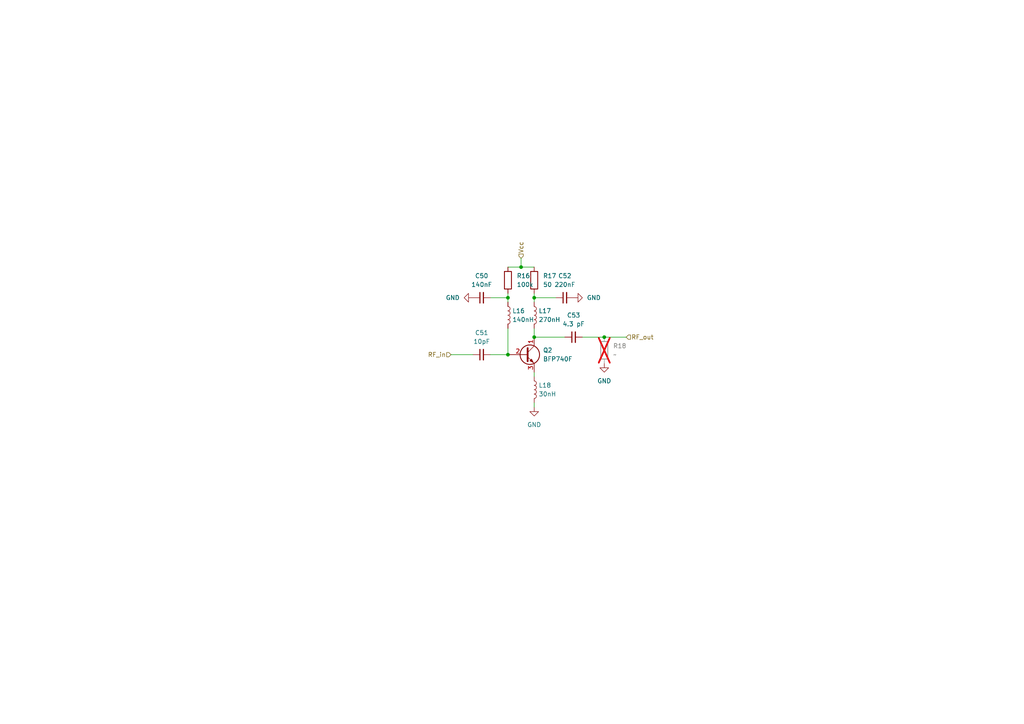
<source format=kicad_sch>
(kicad_sch (version 20231120) (generator "eeschema") (generator_version "8.0")
  (paper "A4")
  (lib_symbols
    (symbol "Device:C_Small" (pin_numbers hide) (pin_names (offset 0.254) hide)
      (property "Reference" "C" (at 0.254 1.778 0))
      (property "Value" "C_Small" (at 0.254 -2.032 0))
      (symbol "C_Small_0_1"
        (polyline (pts (xy -1.524 -0.508) (xy 1.524 -0.508)) (stroke (width 0.3302)))
        (polyline (pts (xy -1.524 0.508) (xy 1.524 0.508)) (stroke (width 0.3048)))
      )
      (symbol "C_Small_1_1"
        (pin passive line (at 0 2.54 270) (length 2.032) (name "~") (number "1"))
        (pin passive line (at 0 -2.54 90) (length 2.032) (name "~") (number "2"))
      )
    )
    (symbol "Device:L" (pin_numbers hide) (pin_names (offset 1.016) hide)
      (property "Reference" "L" (at -1.27 0 90))
      (property "Value" "L" (at 1.905 0 90))
      (symbol "L_0_1"
        (arc (start 0 -2.54) (mid 0.6323 -1.905) (end 0 -1.27))
        (arc (start 0 -1.27) (mid 0.6323 -0.635) (end 0 0))
        (arc (start 0 0) (mid 0.6323 0.635) (end 0 1.27))
        (arc (start 0 1.27) (mid 0.6323 1.905) (end 0 2.54))
      )
      (symbol "L_1_1"
        (pin passive line (at 0 3.81 270) (length 1.27) (name "1") (number "1"))
        (pin passive line (at 0 -3.81 90) (length 1.27) (name "2") (number "2"))
      )
    )
    (symbol "Device:Q_NPN_CBE" (pin_names (offset 0) hide)
      (property "Reference" "Q" (at 5.08 1.27 0))
      (property "Value" "Q_NPN_CBE" (at 5.08 -1.27 0))
      (symbol "Q_NPN_CBE_0_1"
        (polyline (pts (xy 0.635 0.635) (xy 2.54 2.54)))
        (polyline (pts (xy 0.635 -0.635) (xy 2.54 -2.54) (xy 2.54 -2.54)))
        (polyline (pts (xy 0.635 1.905) (xy 0.635 -1.905) (xy 0.635 -1.905)) (stroke (width 0.508)))
        (polyline (pts (xy 1.27 -1.778) (xy 1.778 -1.27) (xy 2.286 -2.286) (xy 1.27 -1.778) (xy 1.27 -1.778)) (fill (type outline)))
        (circle (center 1.27 0) (radius 2.8194) (stroke (width 0.254)))
      )
      (symbol "Q_NPN_CBE_1_1"
        (pin passive line (at 2.54 5.08 270) (length 2.54) (name "C") (number "1"))
        (pin input line (at -5.08 0 0) (length 5.715) (name "B") (number "2"))
        (pin passive line (at 2.54 -5.08 90) (length 2.54) (name "E") (number "3"))
      )
    )
    (symbol "Device:R" (pin_numbers hide) (pin_names (offset 0))
      (property "Reference" "R" (at 2.032 0 90))
      (property "Value" "R" (at 0 0 90))
      (symbol "R_0_1"
        (rectangle (start -1.016 -2.54) (end 1.016 2.54) (stroke (width 0.254)))
      )
      (symbol "R_1_1"
        (pin passive line (at 0 3.81 270) (length 1.27) (name "~") (number "1"))
        (pin passive line (at 0 -3.81 90) (length 1.27) (name "~") (number "2"))
      )
    )
    (symbol "power:GND" (power) (pin_numbers hide) (pin_names (offset 0) hide)
      (property "Value" "GND" (at 0 -3.81 0))
      (symbol "GND_0_1"
        (polyline (pts (xy 0 0) (xy 0 -1.27) (xy 1.27 -1.27) (xy 0 -2.54) (xy -1.27 -1.27) (xy 0 -1.27)))
      )
      (symbol "GND_1_1"
        (pin power_in line (at 0 0 270) (length 0) (name "~") (number "1"))
      )
    )
  )
  (junction (at 147.32 102.87))
  (junction (at 154.94 97.79))
  (junction (at 147.32 86.36))
  (junction (at 151.13 77.47))
  (junction (at 154.94 86.36))
  (junction (at 175.26 97.79))
  (wire (pts (xy 154.94 86.36) (xy 154.94 87.63)))
  (wire (pts (xy 142.24 86.36) (xy 147.32 86.36)))
  (wire (pts (xy 147.32 86.36) (xy 147.32 87.63)))
  (wire (pts (xy 154.94 97.79) (xy 163.83 97.79)))
  (wire (pts (xy 161.29 86.36) (xy 154.94 86.36)))
  (wire (pts (xy 175.26 97.79) (xy 181.61 97.79)))
  (wire (pts (xy 130.81 102.87) (xy 137.16 102.87)))
  (wire (pts (xy 154.94 85.09) (xy 154.94 86.36)))
  (wire (pts (xy 147.32 85.09) (xy 147.32 86.36)))
  (wire (pts (xy 151.13 77.47) (xy 154.94 77.47)))
  (wire (pts (xy 154.94 109.22) (xy 154.94 107.95)))
  (wire (pts (xy 147.32 77.47) (xy 151.13 77.47)))
  (wire (pts (xy 154.94 95.25) (xy 154.94 97.79)))
  (wire (pts (xy 151.13 74.93) (xy 151.13 77.47)))
  (wire (pts (xy 154.94 118.11) (xy 154.94 116.84)))
  (wire (pts (xy 142.24 102.87) (xy 147.32 102.87)))
  (wire (pts (xy 168.91 97.79) (xy 175.26 97.79)))
  (wire (pts (xy 147.32 95.25) (xy 147.32 102.87)))
  (hierarchical_label "RF_in" (shape input) (at 130.81 102.87 180))
  (hierarchical_label "RF_out" (shape input) (at 181.61 97.79 0))
  (hierarchical_label "Vcc" (shape input) (at 151.13 74.93 90))
  (symbol (lib_id "Device:R") (at 154.94 81.28 0) (unit 1)
    (property "Reference" "R17" (at 157.48 80.0099 0) (effects (justify left)))
    (property "Value" "50" (at 157.48 82.5499 0) (effects (justify left)))
    (property "Footprint" "Resistor_SMD:R_0402_1005Metric" (effects (hide yes)))
    (property "Description" "Resistor" (effects (hide yes)))
    (instances (project "phase-detector" (path "" (reference "R17") (unit 1)) (path "" (reference "R32") (unit 1)) (path "" (reference "R38") (unit 1)) (path "" (reference "R35") (unit 1)) (path "" (reference "R23") (unit 1)) (path "" (reference "R8") (unit 1)) (path "" (reference "R41") (unit 1))))
  )
  (symbol (lib_id "Device:R") (at 175.26 101.6 0) (unit 1) (in_bom no) (dnp yes)
    (property "Reference" "R18" (at 177.8 100.3299 0) (effects (justify left)))
    (property "Value" "~" (at 177.8 102.8699 0) (effects (justify left)))
    (property "Footprint" "Resistor_SMD:R_0402_1005Metric" (effects (hide yes)))
    (property "Description" "Resistor" (effects (hide yes)))
    (instances (project "phase-detector" (path "" (reference "R18") (unit 1)) (path "" (reference "R33") (unit 1)) (path "" (reference "R39") (unit 1)) (path "" (reference "R36") (unit 1)) (path "" (reference "R24") (unit 1)) (path "" (reference "R9") (unit 1)) (path "" (reference "R42") (unit 1))))
  )
  (symbol (lib_id "Device:L") (at 147.32 91.44 0) (unit 1)
    (property "Reference" "L16" (at 148.59 90.1699 0) (effects (justify left)))
    (property "Value" "140nH" (at 148.59 92.7099 0) (effects (justify left)))
    (property "Footprint" "Inductor_SMD:L_0402_1005Metric" (effects (hide yes)))
    (property "Description" "Inductor" (effects (hide yes)))
    (instances (project "phase-detector" (path "" (reference "L16") (unit 1)) (path "" (reference "L40") (unit 1)) (path "" (reference "L51") (unit 1)) (path "" (reference "L43") (unit 1)) (path "" (reference "L25") (unit 1)) (path "" (reference "L1") (unit 1)) (path "" (reference "L54") (unit 1))))
  )
  (symbol (lib_id "Device:R") (at 147.32 81.28 0) (unit 1)
    (property "Reference" "R16" (at 149.86 80.0099 0) (effects (justify left)))
    (property "Value" "100k" (at 149.86 82.5499 0) (effects (justify left)))
    (property "Footprint" "Resistor_SMD:R_0402_1005Metric" (effects (hide yes)))
    (property "Description" "Resistor" (effects (hide yes)))
    (instances (project "phase-detector" (path "" (reference "R16") (unit 1)) (path "" (reference "R31") (unit 1)) (path "" (reference "R37") (unit 1)) (path "" (reference "R34") (unit 1)) (path "" (reference "R22") (unit 1)) (path "" (reference "R7") (unit 1)) (path "" (reference "R40") (unit 1))))
  )
  (symbol (lib_id "Device:L") (at 154.94 113.03 0) (unit 1)
    (property "Reference" "L18" (at 156.21 111.7599 0) (effects (justify left)))
    (property "Value" "30nH" (at 156.21 114.2999 0) (effects (justify left)))
    (property "Footprint" "Inductor_SMD:L_0402_1005Metric" (effects (hide yes)))
    (property "Description" "Inductor" (effects (hide yes)))
    (instances (project "phase-detector" (path "" (reference "L18") (unit 1)) (path "" (reference "L42") (unit 1)) (path "" (reference "L53") (unit 1)) (path "" (reference "L45") (unit 1)) (path "" (reference "L27") (unit 1)) (path "" (reference "L3") (unit 1)) (path "" (reference "L56") (unit 1))))
  )
  (symbol (lib_id "Device:C_Small") (at 163.83 86.36 90) (unit 1)
    (property "Reference" "C52" (at 163.8363 80.01 90))
    (property "Value" "220nF" (at 163.8363 82.55 90))
    (property "Footprint" "Capacitor_SMD:C_0402_1005Metric" (effects (hide yes)))
    (property "Description" "Unpolarized capacitor, small symbol" (effects (hide yes)))
    (instances (project "phase-detector" (path "" (reference "C52") (unit 1)) (path "" (reference "C117") (unit 1)) (path "" (reference "C130") (unit 1)) (path "" (reference "C121") (unit 1)) (path "" (reference "C75") (unit 1)) (path "" (reference "C10") (unit 1)) (path "" (reference "C134") (unit 1))))
  )
  (symbol (lib_id "power:GND") (at 154.94 118.11 0) (unit 1)
    (property "Reference" "#PWR077" (effects (hide yes)))
    (property "Value" "GND" (at 154.94 123.19 0))
    (property "Description" "Power symbol creates a global label with name \"GND\" , ground" (effects (hide yes)))
    (instances (project "phase-detector" (path "" (reference "#PWR077") (unit 1)) (path "" (reference "#PWR0132") (unit 1)) (path "" (reference "#PWR0144") (unit 1)) (path "" (reference "#PWR0137") (unit 1)) (path "" (reference "#PWR097") (unit 1)) (path "" (reference "#PWR042") (unit 1)) (path "" (reference "#PWR0149") (unit 1))))
  )
  (symbol (lib_id "Device:L") (at 154.94 91.44 0) (unit 1)
    (property "Reference" "L17" (at 156.21 90.1699 0) (effects (justify left)))
    (property "Value" "270nH" (at 156.21 92.7099 0) (effects (justify left)))
    (property "Footprint" "Inductor_SMD:L_0402_1005Metric" (effects (hide yes)))
    (property "Description" "Inductor" (effects (hide yes)))
    (instances (project "phase-detector" (path "" (reference "L17") (unit 1)) (path "" (reference "L41") (unit 1)) (path "" (reference "L52") (unit 1)) (path "" (reference "L44") (unit 1)) (path "" (reference "L26") (unit 1)) (path "" (reference "L2") (unit 1)) (path "" (reference "L55") (unit 1))))
  )
  (symbol (lib_id "power:GND") (at 175.26 105.41 0) (unit 1)
    (property "Reference" "#PWR079" (effects (hide yes)))
    (property "Value" "GND" (at 175.26 110.49 0))
    (property "Description" "Power symbol creates a global label with name \"GND\" , ground" (effects (hide yes)))
    (instances (project "phase-detector" (path "" (reference "#PWR079") (unit 1)) (path "" (reference "#PWR0134") (unit 1)) (path "" (reference "#PWR0146") (unit 1)) (path "" (reference "#PWR0139") (unit 1)) (path "" (reference "#PWR099") (unit 1)) (path "" (reference "#PWR044") (unit 1)) (path "" (reference "#PWR0151") (unit 1))))
  )
  (symbol (lib_id "power:GND") (at 166.37 86.36 90) (unit 1)
    (property "Reference" "#PWR078" (effects (hide yes)))
    (property "Value" "GND" (at 170.18 86.3599 90) (effects (justify right)))
    (property "Description" "Power symbol creates a global label with name \"GND\" , ground" (effects (hide yes)))
    (instances (project "phase-detector" (path "" (reference "#PWR078") (unit 1)) (path "" (reference "#PWR0133") (unit 1)) (path "" (reference "#PWR0145") (unit 1)) (path "" (reference "#PWR0138") (unit 1)) (path "" (reference "#PWR098") (unit 1)) (path "" (reference "#PWR043") (unit 1)) (path "" (reference "#PWR0150") (unit 1))))
  )
  (symbol (lib_id "Device:C_Small") (at 139.7 86.36 90) (unit 1)
    (property "Reference" "C50" (at 139.7063 80.01 90))
    (property "Value" "140nF" (at 139.7063 82.55 90))
    (property "Footprint" "Capacitor_SMD:C_0402_1005Metric" (effects (hide yes)))
    (property "Description" "Unpolarized capacitor, small symbol" (effects (hide yes)))
    (instances (project "phase-detector" (path "" (reference "C50") (unit 1)) (path "" (reference "C115") (unit 1)) (path "" (reference "C128") (unit 1)) (path "" (reference "C119") (unit 1)) (path "" (reference "C73") (unit 1)) (path "" (reference "C8") (unit 1)) (path "" (reference "C132") (unit 1))))
  )
  (symbol (lib_id "Device:C_Small") (at 166.37 97.79 90) (unit 1)
    (property "Reference" "C53" (at 166.3763 91.44 90))
    (property "Value" "4.3 pF" (at 166.3763 93.98 90))
    (property "Footprint" "Capacitor_SMD:C_0402_1005Metric" (effects (hide yes)))
    (property "Description" "Unpolarized capacitor, small symbol" (effects (hide yes)))
    (instances (project "phase-detector" (path "" (reference "C53") (unit 1)) (path "" (reference "C118") (unit 1)) (path "" (reference "C131") (unit 1)) (path "" (reference "C122") (unit 1)) (path "" (reference "C76") (unit 1)) (path "" (reference "C11") (unit 1)) (path "" (reference "C135") (unit 1))))
  )
  (symbol (lib_id "Device:C_Small") (at 139.7 102.87 90) (unit 1)
    (property "Reference" "C51" (at 139.7063 96.52 90))
    (property "Value" "10pF" (at 139.7063 99.06 90))
    (property "Footprint" "Capacitor_SMD:C_0402_1005Metric" (effects (hide yes)))
    (property "Description" "Unpolarized capacitor, small symbol" (effects (hide yes)))
    (instances (project "phase-detector" (path "" (reference "C51") (unit 1)) (path "" (reference "C116") (unit 1)) (path "" (reference "C129") (unit 1)) (path "" (reference "C120") (unit 1)) (path "" (reference "C74") (unit 1)) (path "" (reference "C9") (unit 1)) (path "" (reference "C133") (unit 1))))
  )
  (symbol (lib_id "power:GND") (at 137.16 86.36 270) (unit 1)
    (property "Reference" "#PWR076" (effects (hide yes)))
    (property "Value" "GND" (at 133.35 86.3599 90) (effects (justify right)))
    (property "Description" "Power symbol creates a global label with name \"GND\" , ground" (effects (hide yes)))
    (instances (project "phase-detector" (path "" (reference "#PWR076") (unit 1)) (path "" (reference "#PWR0131") (unit 1)) (path "" (reference "#PWR0143") (unit 1)) (path "" (reference "#PWR0136") (unit 1)) (path "" (reference "#PWR096") (unit 1)) (path "" (reference "#PWR041") (unit 1)) (path "" (reference "#PWR0148") (unit 1))))
  )
  (symbol (lib_id "Device:Q_NPN_CBE") (at 152.4 102.87 0) (unit 1)
    (property "Reference" "Q2" (at 157.48 101.5999 0) (effects (justify left)))
    (property "Value" "BFP740F" (at 157.48 104.1399 0) (effects (justify left)))
    (property "Footprint" "phase-detector:TSFP-4-1" (effects (hide yes)))
    (property "Datasheet" "https://www.infineon.com/dgdl/Infineon-BFP740F-DS-v03_00-EN.pdf?fileId=5546d46265f064ff0166389694c94eaa" (effects (hide yes)))
    (property "Description" "NPN transistor, collector/base/emitter" (effects (hide yes)))
    (instances (project "phase-detector" (path "" (reference "Q2") (unit 1)) (path "" (reference "Q4") (unit 1)) (path "" (reference "Q6") (unit 1)) (path "" (reference "Q5") (unit 1)) (path "" (reference "Q3") (unit 1)) (path "" (reference "Q1") (unit 1)) (path "" (reference "Q7") (unit 1))))
  )
)
</source>
